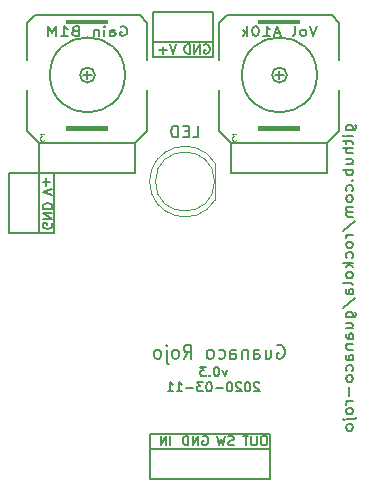
<source format=gbo>
G04 #@! TF.GenerationSoftware,KiCad,Pcbnew,(5.99.0-1097-g51b994466)*
G04 #@! TF.CreationDate,2020-03-11T16:34:53+02:00*
G04 #@! TF.ProjectId,guanaco-rojo,6775616e-6163-46f2-9d72-6f6a6f2e6b69,rev?*
G04 #@! TF.SameCoordinates,Original*
G04 #@! TF.FileFunction,Legend,Bot*
G04 #@! TF.FilePolarity,Positive*
%FSLAX46Y46*%
G04 Gerber Fmt 4.6, Leading zero omitted, Abs format (unit mm)*
G04 Created by KiCad (PCBNEW (5.99.0-1097-g51b994466)) date 2020-03-11 16:34:53*
%MOMM*%
%LPD*%
G01*
G04 APERTURE LIST*
%ADD10C,0.150000*%
%ADD11C,0.127000*%
%ADD12C,0.120000*%
%ADD13C,0.048768*%
G04 APERTURE END LIST*
D10*
X154006571Y-71597809D02*
X154654190Y-71597809D01*
X154730380Y-71550190D01*
X154768476Y-71502571D01*
X154806571Y-71407333D01*
X154806571Y-71264476D01*
X154768476Y-71169238D01*
X154501809Y-71597809D02*
X154539904Y-71502571D01*
X154539904Y-71312095D01*
X154501809Y-71216857D01*
X154463714Y-71169238D01*
X154387523Y-71121619D01*
X154158952Y-71121619D01*
X154082761Y-71169238D01*
X154044666Y-71216857D01*
X154006571Y-71312095D01*
X154006571Y-71502571D01*
X154044666Y-71597809D01*
X154539904Y-72074000D02*
X154006571Y-72074000D01*
X153739904Y-72074000D02*
X153778000Y-72026380D01*
X153816095Y-72074000D01*
X153778000Y-72121619D01*
X153739904Y-72074000D01*
X153816095Y-72074000D01*
X154006571Y-72407333D02*
X154006571Y-72788285D01*
X153739904Y-72550190D02*
X154425619Y-72550190D01*
X154501809Y-72597809D01*
X154539904Y-72693047D01*
X154539904Y-72788285D01*
X154539904Y-73121619D02*
X153739904Y-73121619D01*
X154539904Y-73550190D02*
X154120857Y-73550190D01*
X154044666Y-73502571D01*
X154006571Y-73407333D01*
X154006571Y-73264476D01*
X154044666Y-73169238D01*
X154082761Y-73121619D01*
X154006571Y-74454952D02*
X154539904Y-74454952D01*
X154006571Y-74026380D02*
X154425619Y-74026380D01*
X154501809Y-74074000D01*
X154539904Y-74169238D01*
X154539904Y-74312095D01*
X154501809Y-74407333D01*
X154463714Y-74454952D01*
X154539904Y-74931142D02*
X153739904Y-74931142D01*
X154044666Y-74931142D02*
X154006571Y-75026380D01*
X154006571Y-75216857D01*
X154044666Y-75312095D01*
X154082761Y-75359714D01*
X154158952Y-75407333D01*
X154387523Y-75407333D01*
X154463714Y-75359714D01*
X154501809Y-75312095D01*
X154539904Y-75216857D01*
X154539904Y-75026380D01*
X154501809Y-74931142D01*
X154463714Y-75835904D02*
X154501809Y-75883523D01*
X154539904Y-75835904D01*
X154501809Y-75788285D01*
X154463714Y-75835904D01*
X154539904Y-75835904D01*
X154501809Y-76740666D02*
X154539904Y-76645428D01*
X154539904Y-76454952D01*
X154501809Y-76359714D01*
X154463714Y-76312095D01*
X154387523Y-76264476D01*
X154158952Y-76264476D01*
X154082761Y-76312095D01*
X154044666Y-76359714D01*
X154006571Y-76454952D01*
X154006571Y-76645428D01*
X154044666Y-76740666D01*
X154539904Y-77312095D02*
X154501809Y-77216857D01*
X154463714Y-77169238D01*
X154387523Y-77121619D01*
X154158952Y-77121619D01*
X154082761Y-77169238D01*
X154044666Y-77216857D01*
X154006571Y-77312095D01*
X154006571Y-77454952D01*
X154044666Y-77550190D01*
X154082761Y-77597809D01*
X154158952Y-77645428D01*
X154387523Y-77645428D01*
X154463714Y-77597809D01*
X154501809Y-77550190D01*
X154539904Y-77454952D01*
X154539904Y-77312095D01*
X154539904Y-78074000D02*
X154006571Y-78074000D01*
X154082761Y-78074000D02*
X154044666Y-78121619D01*
X154006571Y-78216857D01*
X154006571Y-78359714D01*
X154044666Y-78454952D01*
X154120857Y-78502571D01*
X154539904Y-78502571D01*
X154120857Y-78502571D02*
X154044666Y-78550190D01*
X154006571Y-78645428D01*
X154006571Y-78788285D01*
X154044666Y-78883523D01*
X154120857Y-78931142D01*
X154539904Y-78931142D01*
X153701809Y-80121619D02*
X154730380Y-79264476D01*
X154539904Y-80454952D02*
X154006571Y-80454952D01*
X154158952Y-80454952D02*
X154082761Y-80502571D01*
X154044666Y-80550190D01*
X154006571Y-80645428D01*
X154006571Y-80740666D01*
X154539904Y-81216857D02*
X154501809Y-81121619D01*
X154463714Y-81074000D01*
X154387523Y-81026380D01*
X154158952Y-81026380D01*
X154082761Y-81074000D01*
X154044666Y-81121619D01*
X154006571Y-81216857D01*
X154006571Y-81359714D01*
X154044666Y-81454952D01*
X154082761Y-81502571D01*
X154158952Y-81550190D01*
X154387523Y-81550190D01*
X154463714Y-81502571D01*
X154501809Y-81454952D01*
X154539904Y-81359714D01*
X154539904Y-81216857D01*
X154501809Y-82407333D02*
X154539904Y-82312095D01*
X154539904Y-82121619D01*
X154501809Y-82026380D01*
X154463714Y-81978761D01*
X154387523Y-81931142D01*
X154158952Y-81931142D01*
X154082761Y-81978761D01*
X154044666Y-82026380D01*
X154006571Y-82121619D01*
X154006571Y-82312095D01*
X154044666Y-82407333D01*
X154539904Y-82835904D02*
X153739904Y-82835904D01*
X154235142Y-82931142D02*
X154539904Y-83216857D01*
X154006571Y-83216857D02*
X154311333Y-82835904D01*
X154539904Y-83788285D02*
X154501809Y-83693047D01*
X154463714Y-83645428D01*
X154387523Y-83597809D01*
X154158952Y-83597809D01*
X154082761Y-83645428D01*
X154044666Y-83693047D01*
X154006571Y-83788285D01*
X154006571Y-83931142D01*
X154044666Y-84026380D01*
X154082761Y-84073999D01*
X154158952Y-84121619D01*
X154387523Y-84121619D01*
X154463714Y-84073999D01*
X154501809Y-84026380D01*
X154539904Y-83931142D01*
X154539904Y-83788285D01*
X154539904Y-84693047D02*
X154501809Y-84597809D01*
X154425619Y-84550190D01*
X153739904Y-84550190D01*
X154539904Y-85502571D02*
X154120857Y-85502571D01*
X154044666Y-85454952D01*
X154006571Y-85359714D01*
X154006571Y-85169238D01*
X154044666Y-85074000D01*
X154501809Y-85502571D02*
X154539904Y-85407333D01*
X154539904Y-85169238D01*
X154501809Y-85074000D01*
X154425619Y-85026380D01*
X154349428Y-85026380D01*
X154273238Y-85074000D01*
X154235142Y-85169238D01*
X154235142Y-85407333D01*
X154197047Y-85502571D01*
X153701809Y-86693047D02*
X154730380Y-85835904D01*
X154006571Y-87454952D02*
X154654190Y-87454952D01*
X154730380Y-87407333D01*
X154768476Y-87359714D01*
X154806571Y-87264476D01*
X154806571Y-87121619D01*
X154768476Y-87026380D01*
X154501809Y-87454952D02*
X154539904Y-87359714D01*
X154539904Y-87169238D01*
X154501809Y-87073999D01*
X154463714Y-87026380D01*
X154387523Y-86978761D01*
X154158952Y-86978761D01*
X154082761Y-87026380D01*
X154044666Y-87073999D01*
X154006571Y-87169238D01*
X154006571Y-87359714D01*
X154044666Y-87454952D01*
X154006571Y-88359714D02*
X154539904Y-88359714D01*
X154006571Y-87931142D02*
X154425619Y-87931142D01*
X154501809Y-87978761D01*
X154539904Y-88073999D01*
X154539904Y-88216857D01*
X154501809Y-88312095D01*
X154463714Y-88359714D01*
X154539904Y-89264476D02*
X154120857Y-89264476D01*
X154044666Y-89216857D01*
X154006571Y-89121619D01*
X154006571Y-88931142D01*
X154044666Y-88835904D01*
X154501809Y-89264476D02*
X154539904Y-89169238D01*
X154539904Y-88931142D01*
X154501809Y-88835904D01*
X154425619Y-88788285D01*
X154349428Y-88788285D01*
X154273238Y-88835904D01*
X154235142Y-88931142D01*
X154235142Y-89169238D01*
X154197047Y-89264476D01*
X154006571Y-89740666D02*
X154539904Y-89740666D01*
X154082761Y-89740666D02*
X154044666Y-89788285D01*
X154006571Y-89883523D01*
X154006571Y-90026380D01*
X154044666Y-90121619D01*
X154120857Y-90169238D01*
X154539904Y-90169238D01*
X154539904Y-91073999D02*
X154120857Y-91073999D01*
X154044666Y-91026380D01*
X154006571Y-90931142D01*
X154006571Y-90740666D01*
X154044666Y-90645428D01*
X154501809Y-91073999D02*
X154539904Y-90978761D01*
X154539904Y-90740666D01*
X154501809Y-90645428D01*
X154425619Y-90597809D01*
X154349428Y-90597809D01*
X154273238Y-90645428D01*
X154235142Y-90740666D01*
X154235142Y-90978761D01*
X154197047Y-91073999D01*
X154501809Y-91978761D02*
X154539904Y-91883523D01*
X154539904Y-91693047D01*
X154501809Y-91597809D01*
X154463714Y-91550190D01*
X154387523Y-91502571D01*
X154158952Y-91502571D01*
X154082761Y-91550190D01*
X154044666Y-91597809D01*
X154006571Y-91693047D01*
X154006571Y-91883523D01*
X154044666Y-91978761D01*
X154539904Y-92550190D02*
X154501809Y-92454952D01*
X154463714Y-92407333D01*
X154387523Y-92359714D01*
X154158952Y-92359714D01*
X154082761Y-92407333D01*
X154044666Y-92454952D01*
X154006571Y-92550190D01*
X154006571Y-92693047D01*
X154044666Y-92788285D01*
X154082761Y-92835904D01*
X154158952Y-92883523D01*
X154387523Y-92883523D01*
X154463714Y-92835904D01*
X154501809Y-92788285D01*
X154539904Y-92693047D01*
X154539904Y-92550190D01*
X154235142Y-93312095D02*
X154235142Y-94073999D01*
X154539904Y-94550190D02*
X154006571Y-94550190D01*
X154158952Y-94550190D02*
X154082761Y-94597809D01*
X154044666Y-94645428D01*
X154006571Y-94740666D01*
X154006571Y-94835904D01*
X154539904Y-95312095D02*
X154501809Y-95216857D01*
X154463714Y-95169238D01*
X154387523Y-95121619D01*
X154158952Y-95121619D01*
X154082761Y-95169238D01*
X154044666Y-95216857D01*
X154006571Y-95312095D01*
X154006571Y-95454952D01*
X154044666Y-95550190D01*
X154082761Y-95597809D01*
X154158952Y-95645428D01*
X154387523Y-95645428D01*
X154463714Y-95597809D01*
X154501809Y-95550190D01*
X154539904Y-95454952D01*
X154539904Y-95312095D01*
X154006571Y-96073999D02*
X154692285Y-96073999D01*
X154768476Y-96026380D01*
X154806571Y-95931142D01*
X154806571Y-95883523D01*
X153739904Y-96073999D02*
X153778000Y-96026380D01*
X153816095Y-96073999D01*
X153778000Y-96121619D01*
X153739904Y-96073999D01*
X153816095Y-96073999D01*
X154539904Y-96693047D02*
X154501809Y-96597809D01*
X154463714Y-96550190D01*
X154387523Y-96502571D01*
X154158952Y-96502571D01*
X154082761Y-96550190D01*
X154044666Y-96597809D01*
X154006571Y-96693047D01*
X154006571Y-96835904D01*
X154044666Y-96931142D01*
X154082761Y-96978761D01*
X154158952Y-97026380D01*
X154387523Y-97026380D01*
X154463714Y-96978761D01*
X154501809Y-96931142D01*
X154539904Y-96835904D01*
X154539904Y-96693047D01*
X143890857Y-91894571D02*
X143700380Y-92427904D01*
X143509904Y-91894571D01*
X143052761Y-91627904D02*
X142976571Y-91627904D01*
X142900380Y-91666000D01*
X142862285Y-91704095D01*
X142824190Y-91780285D01*
X142786095Y-91932666D01*
X142786095Y-92123142D01*
X142824190Y-92275523D01*
X142862285Y-92351714D01*
X142900380Y-92389809D01*
X142976571Y-92427904D01*
X143052761Y-92427904D01*
X143128952Y-92389809D01*
X143167047Y-92351714D01*
X143205142Y-92275523D01*
X143243238Y-92123142D01*
X143243238Y-91932666D01*
X143205142Y-91780285D01*
X143167047Y-91704095D01*
X143128952Y-91666000D01*
X143052761Y-91627904D01*
X142443238Y-92351714D02*
X142405142Y-92389809D01*
X142443238Y-92427904D01*
X142481333Y-92389809D01*
X142443238Y-92351714D01*
X142443238Y-92427904D01*
X142138476Y-91627904D02*
X141643238Y-91627904D01*
X141909904Y-91932666D01*
X141795619Y-91932666D01*
X141719428Y-91970761D01*
X141681333Y-92008857D01*
X141643238Y-92085047D01*
X141643238Y-92275523D01*
X141681333Y-92351714D01*
X141719428Y-92389809D01*
X141795619Y-92427904D01*
X142024190Y-92427904D01*
X142100380Y-92389809D01*
X142138476Y-92351714D01*
X146633714Y-92992095D02*
X146595619Y-92954000D01*
X146519428Y-92915904D01*
X146328952Y-92915904D01*
X146252761Y-92954000D01*
X146214666Y-92992095D01*
X146176571Y-93068285D01*
X146176571Y-93144476D01*
X146214666Y-93258761D01*
X146671809Y-93715904D01*
X146176571Y-93715904D01*
X145681333Y-92915904D02*
X145605142Y-92915904D01*
X145528952Y-92954000D01*
X145490857Y-92992095D01*
X145452761Y-93068285D01*
X145414666Y-93220666D01*
X145414666Y-93411142D01*
X145452761Y-93563523D01*
X145490857Y-93639714D01*
X145528952Y-93677809D01*
X145605142Y-93715904D01*
X145681333Y-93715904D01*
X145757523Y-93677809D01*
X145795619Y-93639714D01*
X145833714Y-93563523D01*
X145871809Y-93411142D01*
X145871809Y-93220666D01*
X145833714Y-93068285D01*
X145795619Y-92992095D01*
X145757523Y-92954000D01*
X145681333Y-92915904D01*
X145109904Y-92992095D02*
X145071809Y-92954000D01*
X144995619Y-92915904D01*
X144805142Y-92915904D01*
X144728952Y-92954000D01*
X144690857Y-92992095D01*
X144652761Y-93068285D01*
X144652761Y-93144476D01*
X144690857Y-93258761D01*
X145148000Y-93715904D01*
X144652761Y-93715904D01*
X144157523Y-92915904D02*
X144081333Y-92915904D01*
X144005142Y-92954000D01*
X143967047Y-92992095D01*
X143928952Y-93068285D01*
X143890857Y-93220666D01*
X143890857Y-93411142D01*
X143928952Y-93563523D01*
X143967047Y-93639714D01*
X144005142Y-93677809D01*
X144081333Y-93715904D01*
X144157523Y-93715904D01*
X144233714Y-93677809D01*
X144271809Y-93639714D01*
X144309904Y-93563523D01*
X144348000Y-93411142D01*
X144348000Y-93220666D01*
X144309904Y-93068285D01*
X144271809Y-92992095D01*
X144233714Y-92954000D01*
X144157523Y-92915904D01*
X143548000Y-93411142D02*
X142938476Y-93411142D01*
X142405142Y-92915904D02*
X142328952Y-92915904D01*
X142252761Y-92954000D01*
X142214666Y-92992095D01*
X142176571Y-93068285D01*
X142138476Y-93220666D01*
X142138476Y-93411142D01*
X142176571Y-93563523D01*
X142214666Y-93639714D01*
X142252761Y-93677809D01*
X142328952Y-93715904D01*
X142405142Y-93715904D01*
X142481333Y-93677809D01*
X142519428Y-93639714D01*
X142557523Y-93563523D01*
X142595619Y-93411142D01*
X142595619Y-93220666D01*
X142557523Y-93068285D01*
X142519428Y-92992095D01*
X142481333Y-92954000D01*
X142405142Y-92915904D01*
X141871809Y-92915904D02*
X141376571Y-92915904D01*
X141643238Y-93220666D01*
X141528952Y-93220666D01*
X141452761Y-93258761D01*
X141414666Y-93296857D01*
X141376571Y-93373047D01*
X141376571Y-93563523D01*
X141414666Y-93639714D01*
X141452761Y-93677809D01*
X141528952Y-93715904D01*
X141757523Y-93715904D01*
X141833714Y-93677809D01*
X141871809Y-93639714D01*
X141033714Y-93411142D02*
X140424190Y-93411142D01*
X139624190Y-93715904D02*
X140081333Y-93715904D01*
X139852761Y-93715904D02*
X139852761Y-92915904D01*
X139928952Y-93030190D01*
X140005142Y-93106380D01*
X140081333Y-93144476D01*
X138862285Y-93715904D02*
X139319428Y-93715904D01*
X139090857Y-93715904D02*
X139090857Y-92915904D01*
X139167047Y-93030190D01*
X139243238Y-93106380D01*
X139319428Y-93144476D01*
X148153619Y-89824000D02*
X148258380Y-89766857D01*
X148415523Y-89766857D01*
X148572666Y-89824000D01*
X148677428Y-89938285D01*
X148729809Y-90052571D01*
X148782190Y-90281142D01*
X148782190Y-90452571D01*
X148729809Y-90681142D01*
X148677428Y-90795428D01*
X148572666Y-90909714D01*
X148415523Y-90966857D01*
X148310761Y-90966857D01*
X148153619Y-90909714D01*
X148101238Y-90852571D01*
X148101238Y-90452571D01*
X148310761Y-90452571D01*
X147158380Y-90166857D02*
X147158380Y-90966857D01*
X147629809Y-90166857D02*
X147629809Y-90795428D01*
X147577428Y-90909714D01*
X147472666Y-90966857D01*
X147315523Y-90966857D01*
X147210761Y-90909714D01*
X147158380Y-90852571D01*
X146163142Y-90966857D02*
X146163142Y-90338285D01*
X146215523Y-90224000D01*
X146320285Y-90166857D01*
X146529809Y-90166857D01*
X146634571Y-90224000D01*
X146163142Y-90909714D02*
X146267904Y-90966857D01*
X146529809Y-90966857D01*
X146634571Y-90909714D01*
X146686952Y-90795428D01*
X146686952Y-90681142D01*
X146634571Y-90566857D01*
X146529809Y-90509714D01*
X146267904Y-90509714D01*
X146163142Y-90452571D01*
X145639333Y-90166857D02*
X145639333Y-90966857D01*
X145639333Y-90281142D02*
X145586952Y-90224000D01*
X145482190Y-90166857D01*
X145325047Y-90166857D01*
X145220285Y-90224000D01*
X145167904Y-90338285D01*
X145167904Y-90966857D01*
X144172666Y-90966857D02*
X144172666Y-90338285D01*
X144225047Y-90224000D01*
X144329809Y-90166857D01*
X144539333Y-90166857D01*
X144644095Y-90224000D01*
X144172666Y-90909714D02*
X144277428Y-90966857D01*
X144539333Y-90966857D01*
X144644095Y-90909714D01*
X144696476Y-90795428D01*
X144696476Y-90681142D01*
X144644095Y-90566857D01*
X144539333Y-90509714D01*
X144277428Y-90509714D01*
X144172666Y-90452571D01*
X143177428Y-90909714D02*
X143282190Y-90966857D01*
X143491714Y-90966857D01*
X143596476Y-90909714D01*
X143648857Y-90852571D01*
X143701238Y-90738285D01*
X143701238Y-90395428D01*
X143648857Y-90281142D01*
X143596476Y-90224000D01*
X143491714Y-90166857D01*
X143282190Y-90166857D01*
X143177428Y-90224000D01*
X142548857Y-90966857D02*
X142653619Y-90909714D01*
X142706000Y-90852571D01*
X142758380Y-90738285D01*
X142758380Y-90395428D01*
X142706000Y-90281142D01*
X142653619Y-90224000D01*
X142548857Y-90166857D01*
X142391714Y-90166857D01*
X142286952Y-90224000D01*
X142234571Y-90281142D01*
X142182190Y-90395428D01*
X142182190Y-90738285D01*
X142234571Y-90852571D01*
X142286952Y-90909714D01*
X142391714Y-90966857D01*
X142548857Y-90966857D01*
X140244095Y-90966857D02*
X140610761Y-90395428D01*
X140872666Y-90966857D02*
X140872666Y-89766857D01*
X140453619Y-89766857D01*
X140348857Y-89824000D01*
X140296476Y-89881142D01*
X140244095Y-89995428D01*
X140244095Y-90166857D01*
X140296476Y-90281142D01*
X140348857Y-90338285D01*
X140453619Y-90395428D01*
X140872666Y-90395428D01*
X139615523Y-90966857D02*
X139720285Y-90909714D01*
X139772666Y-90852571D01*
X139825047Y-90738285D01*
X139825047Y-90395428D01*
X139772666Y-90281142D01*
X139720285Y-90224000D01*
X139615523Y-90166857D01*
X139458380Y-90166857D01*
X139353619Y-90224000D01*
X139301238Y-90281142D01*
X139248857Y-90395428D01*
X139248857Y-90738285D01*
X139301238Y-90852571D01*
X139353619Y-90909714D01*
X139458380Y-90966857D01*
X139615523Y-90966857D01*
X138777428Y-90166857D02*
X138777428Y-91195428D01*
X138829809Y-91309714D01*
X138934571Y-91366857D01*
X138986952Y-91366857D01*
X138777428Y-89766857D02*
X138829809Y-89824000D01*
X138777428Y-89881142D01*
X138725047Y-89824000D01*
X138777428Y-89766857D01*
X138777428Y-89881142D01*
X138096476Y-90966857D02*
X138201238Y-90909714D01*
X138253619Y-90852571D01*
X138306000Y-90738285D01*
X138306000Y-90395428D01*
X138253619Y-90281142D01*
X138201238Y-90224000D01*
X138096476Y-90166857D01*
X137939333Y-90166857D01*
X137834571Y-90224000D01*
X137782190Y-90281142D01*
X137729809Y-90395428D01*
X137729809Y-90738285D01*
X137782190Y-90852571D01*
X137834571Y-90909714D01*
X137939333Y-90966857D01*
X138096476Y-90966857D01*
X151550285Y-62807904D02*
X151216952Y-63607904D01*
X150883619Y-62807904D01*
X150407428Y-63607904D02*
X150502666Y-63569809D01*
X150550285Y-63531714D01*
X150597904Y-63455523D01*
X150597904Y-63226952D01*
X150550285Y-63150761D01*
X150502666Y-63112666D01*
X150407428Y-63074571D01*
X150264571Y-63074571D01*
X150169333Y-63112666D01*
X150121714Y-63150761D01*
X150074095Y-63226952D01*
X150074095Y-63455523D01*
X150121714Y-63531714D01*
X150169333Y-63569809D01*
X150264571Y-63607904D01*
X150407428Y-63607904D01*
X149502666Y-63607904D02*
X149597904Y-63569809D01*
X149645523Y-63493619D01*
X149645523Y-62807904D01*
X148407428Y-63379333D02*
X147931238Y-63379333D01*
X148502666Y-63607904D02*
X148169333Y-62807904D01*
X147836000Y-63607904D01*
X146978857Y-63607904D02*
X147550285Y-63607904D01*
X147264571Y-63607904D02*
X147264571Y-62807904D01*
X147359809Y-62922190D01*
X147455047Y-62998380D01*
X147550285Y-63036476D01*
X146359809Y-62807904D02*
X146264571Y-62807904D01*
X146169333Y-62846000D01*
X146121714Y-62884095D01*
X146074095Y-62960285D01*
X146026476Y-63112666D01*
X146026476Y-63303142D01*
X146074095Y-63455523D01*
X146121714Y-63531714D01*
X146169333Y-63569809D01*
X146264571Y-63607904D01*
X146359809Y-63607904D01*
X146455047Y-63569809D01*
X146502666Y-63531714D01*
X146550285Y-63455523D01*
X146597904Y-63303142D01*
X146597904Y-63112666D01*
X146550285Y-62960285D01*
X146502666Y-62884095D01*
X146455047Y-62846000D01*
X146359809Y-62807904D01*
X145597904Y-63607904D02*
X145597904Y-62807904D01*
X145502666Y-63303142D02*
X145216952Y-63607904D01*
X145216952Y-63074571D02*
X145597904Y-63379333D01*
X134889523Y-62846000D02*
X134984761Y-62807904D01*
X135127619Y-62807904D01*
X135270476Y-62846000D01*
X135365714Y-62922190D01*
X135413333Y-62998380D01*
X135460952Y-63150761D01*
X135460952Y-63265047D01*
X135413333Y-63417428D01*
X135365714Y-63493619D01*
X135270476Y-63569809D01*
X135127619Y-63607904D01*
X135032380Y-63607904D01*
X134889523Y-63569809D01*
X134841904Y-63531714D01*
X134841904Y-63265047D01*
X135032380Y-63265047D01*
X133984761Y-63607904D02*
X133984761Y-63188857D01*
X134032380Y-63112666D01*
X134127619Y-63074571D01*
X134318095Y-63074571D01*
X134413333Y-63112666D01*
X133984761Y-63569809D02*
X134080000Y-63607904D01*
X134318095Y-63607904D01*
X134413333Y-63569809D01*
X134460952Y-63493619D01*
X134460952Y-63417428D01*
X134413333Y-63341238D01*
X134318095Y-63303142D01*
X134080000Y-63303142D01*
X133984761Y-63265047D01*
X133508571Y-63607904D02*
X133508571Y-63074571D01*
X133508571Y-62807904D02*
X133556190Y-62846000D01*
X133508571Y-62884095D01*
X133460952Y-62846000D01*
X133508571Y-62807904D01*
X133508571Y-62884095D01*
X133032380Y-63074571D02*
X133032380Y-63607904D01*
X133032380Y-63150761D02*
X132984761Y-63112666D01*
X132889523Y-63074571D01*
X132746666Y-63074571D01*
X132651428Y-63112666D01*
X132603809Y-63188857D01*
X132603809Y-63607904D01*
X131032380Y-63188857D02*
X130889523Y-63226952D01*
X130841904Y-63265047D01*
X130794285Y-63341238D01*
X130794285Y-63455523D01*
X130841904Y-63531714D01*
X130889523Y-63569809D01*
X130984761Y-63607904D01*
X131365714Y-63607904D01*
X131365714Y-62807904D01*
X131032380Y-62807904D01*
X130937142Y-62846000D01*
X130889523Y-62884095D01*
X130841904Y-62960285D01*
X130841904Y-63036476D01*
X130889523Y-63112666D01*
X130937142Y-63150761D01*
X131032380Y-63188857D01*
X131365714Y-63188857D01*
X129841904Y-63607904D02*
X130413333Y-63607904D01*
X130127619Y-63607904D02*
X130127619Y-62807904D01*
X130222857Y-62922190D01*
X130318095Y-62998380D01*
X130413333Y-63036476D01*
X129413333Y-63607904D02*
X129413333Y-62807904D01*
X129080000Y-63379333D01*
X128746666Y-62807904D01*
X128746666Y-63607904D01*
D11*
X128016000Y-80264000D02*
X128016000Y-75184000D01*
X125476000Y-75184000D02*
X125476000Y-80264000D01*
X125476000Y-80264000D02*
X128016000Y-80264000D01*
X125476000Y-75184000D02*
X128016000Y-75184000D01*
X129286000Y-75184000D02*
X129286000Y-80264000D01*
X128016000Y-80264000D02*
X129286000Y-80264000D01*
X128016000Y-75184000D02*
X129286000Y-75184000D01*
X137668000Y-65405000D02*
X137668000Y-64135000D01*
X142748000Y-65405000D02*
X142748000Y-64135000D01*
X137668000Y-65405000D02*
X142748000Y-65405000D01*
X137668000Y-64135000D02*
X137668000Y-61595000D01*
X142748000Y-64135000D02*
X142748000Y-61595000D01*
X137668000Y-64135000D02*
X142748000Y-64135000D01*
X142748000Y-61595000D02*
X137668000Y-61595000D01*
X151511000Y-66914000D02*
G75*
G03*
X151511000Y-66914000I-3175000J0D01*
G01*
X143891000Y-61849000D02*
X152781000Y-61849000D01*
X152781000Y-61849000D02*
X153416000Y-62484000D01*
X143256000Y-62484000D02*
X143891000Y-61849000D01*
X143256000Y-71628000D02*
X144272000Y-72644000D01*
X147971000Y-66914000D02*
X148701000Y-66914000D01*
X148336000Y-66549000D02*
X148336000Y-67279000D01*
X144272000Y-72644000D02*
X152400000Y-72644000D01*
X152400000Y-72644000D02*
X152400000Y-75184000D01*
X152400000Y-75184000D02*
X144272000Y-75184000D01*
X144272000Y-75184000D02*
X144272000Y-72644000D01*
X148971000Y-66929000D02*
G75*
G03*
X148971000Y-66929000I-635000J0D01*
G01*
X143256000Y-62484000D02*
X143256000Y-65659000D01*
X143256000Y-71628000D02*
X143256000Y-68199000D01*
X153416000Y-62484000D02*
X153416000Y-65659000D01*
X153416000Y-71628000D02*
X153416000Y-68199000D01*
X152400000Y-72644000D02*
X153416000Y-71628000D01*
G36*
X150114000Y-62611000D02*
G01*
X146558000Y-62611000D01*
X146558000Y-62230000D01*
X150114000Y-62230000D01*
X150114000Y-62611000D01*
G37*
G36*
X150114000Y-71628000D02*
G01*
X146558000Y-71628000D01*
X146558000Y-71247000D01*
X150114000Y-71247000D01*
X150114000Y-71628000D01*
G37*
X135255000Y-66914000D02*
G75*
G03*
X135255000Y-66914000I-3175000J0D01*
G01*
X127635000Y-61849000D02*
X136525000Y-61849000D01*
X136525000Y-61849000D02*
X137160000Y-62484000D01*
X127000000Y-62484000D02*
X127635000Y-61849000D01*
X127000000Y-71628000D02*
X128016000Y-72644000D01*
X131715000Y-66914000D02*
X132445000Y-66914000D01*
X132080000Y-66549000D02*
X132080000Y-67279000D01*
X128016000Y-72644000D02*
X136144000Y-72644000D01*
X136144000Y-72644000D02*
X136144000Y-75184000D01*
X136144000Y-75184000D02*
X128016000Y-75184000D01*
X128016000Y-75184000D02*
X128016000Y-72644000D01*
X132715000Y-66929000D02*
G75*
G03*
X132715000Y-66929000I-635000J0D01*
G01*
X127000000Y-62484000D02*
X127000000Y-65659000D01*
X127000000Y-71628000D02*
X127000000Y-68199000D01*
X137160000Y-62484000D02*
X137160000Y-65659000D01*
X137160000Y-71628000D02*
X137160000Y-68199000D01*
X136144000Y-72644000D02*
X137160000Y-71628000D01*
G36*
X133858000Y-62611000D02*
G01*
X130302000Y-62611000D01*
X130302000Y-62230000D01*
X133858000Y-62230000D01*
X133858000Y-62611000D01*
G37*
G36*
X133858000Y-71628000D02*
G01*
X130302000Y-71628000D01*
X130302000Y-71247000D01*
X133858000Y-71247000D01*
X133858000Y-71628000D01*
G37*
X147574000Y-98552000D02*
X137414000Y-98552000D01*
X137414000Y-101092000D02*
X147574000Y-101092000D01*
X147574000Y-101092000D02*
X147574000Y-98552000D01*
X137414000Y-101092000D02*
X137414000Y-98552000D01*
X137414000Y-97282000D02*
X147574000Y-97282000D01*
X147574000Y-98552000D02*
X147574000Y-97282000D01*
X137414000Y-98552000D02*
X137414000Y-97282000D01*
D12*
X137345000Y-75946462D02*
G75*
G02*
X142895000Y-74401170I2990000J462D01*
G01*
X137345000Y-75945538D02*
G75*
G03*
X142895000Y-77490830I2990000J-462D01*
G01*
X142835000Y-75946000D02*
G75*
G03*
X142835000Y-75946000I-2500000J0D01*
G01*
X142895000Y-74401000D02*
X142895000Y-77491000D01*
D10*
X129089095Y-77088904D02*
X128289095Y-76822238D01*
X129089095Y-76555571D01*
X128593857Y-76288904D02*
X128593857Y-75679380D01*
X128289095Y-75984142D02*
X128898619Y-75984142D01*
X129051000Y-79476523D02*
X129089095Y-79552714D01*
X129089095Y-79667000D01*
X129051000Y-79781285D01*
X128974809Y-79857476D01*
X128898619Y-79895571D01*
X128746238Y-79933666D01*
X128631952Y-79933666D01*
X128479571Y-79895571D01*
X128403380Y-79857476D01*
X128327190Y-79781285D01*
X128289095Y-79667000D01*
X128289095Y-79590809D01*
X128327190Y-79476523D01*
X128365285Y-79438428D01*
X128631952Y-79438428D01*
X128631952Y-79590809D01*
X128289095Y-79095571D02*
X129089095Y-79095571D01*
X128289095Y-78638428D01*
X129089095Y-78638428D01*
X128289095Y-78257476D02*
X129089095Y-78257476D01*
X129089095Y-78067000D01*
X129051000Y-77952714D01*
X128974809Y-77876523D01*
X128898619Y-77838428D01*
X128746238Y-77800333D01*
X128631952Y-77800333D01*
X128479571Y-77838428D01*
X128403380Y-77876523D01*
X128327190Y-77952714D01*
X128289095Y-78067000D01*
X128289095Y-78257476D01*
X141960523Y-64370000D02*
X142036714Y-64331904D01*
X142151000Y-64331904D01*
X142265285Y-64370000D01*
X142341476Y-64446190D01*
X142379571Y-64522380D01*
X142417666Y-64674761D01*
X142417666Y-64789047D01*
X142379571Y-64941428D01*
X142341476Y-65017619D01*
X142265285Y-65093809D01*
X142151000Y-65131904D01*
X142074809Y-65131904D01*
X141960523Y-65093809D01*
X141922428Y-65055714D01*
X141922428Y-64789047D01*
X142074809Y-64789047D01*
X141579571Y-65131904D02*
X141579571Y-64331904D01*
X141122428Y-65131904D01*
X141122428Y-64331904D01*
X140741476Y-65131904D02*
X140741476Y-64331904D01*
X140551000Y-64331904D01*
X140436714Y-64370000D01*
X140360523Y-64446190D01*
X140322428Y-64522380D01*
X140284333Y-64674761D01*
X140284333Y-64789047D01*
X140322428Y-64941428D01*
X140360523Y-65017619D01*
X140436714Y-65093809D01*
X140551000Y-65131904D01*
X140741476Y-65131904D01*
X139572904Y-64331904D02*
X139306238Y-65131904D01*
X139039571Y-64331904D01*
X138772904Y-64827142D02*
X138163380Y-64827142D01*
X138468142Y-65131904D02*
X138468142Y-64522380D01*
D13*
X144665569Y-71910302D02*
X144307066Y-71910302D01*
X144500106Y-72130920D01*
X144417375Y-72130920D01*
X144362220Y-72158497D01*
X144334643Y-72186074D01*
X144307066Y-72241228D01*
X144307066Y-72379114D01*
X144334643Y-72434268D01*
X144362220Y-72461845D01*
X144417375Y-72489422D01*
X144582837Y-72489422D01*
X144637992Y-72461845D01*
X144665569Y-72434268D01*
X128409569Y-71910302D02*
X128051066Y-71910302D01*
X128244106Y-72130920D01*
X128161375Y-72130920D01*
X128106220Y-72158497D01*
X128078643Y-72186074D01*
X128051066Y-72241228D01*
X128051066Y-72379114D01*
X128078643Y-72434268D01*
X128106220Y-72461845D01*
X128161375Y-72489422D01*
X128326837Y-72489422D01*
X128381992Y-72461845D01*
X128409569Y-72434268D01*
D10*
X139103047Y-98278904D02*
X139103047Y-97478904D01*
X138722095Y-98278904D02*
X138722095Y-97478904D01*
X138264952Y-98278904D01*
X138264952Y-97478904D01*
X141833523Y-97517000D02*
X141909714Y-97478904D01*
X142024000Y-97478904D01*
X142138285Y-97517000D01*
X142214476Y-97593190D01*
X142252571Y-97669380D01*
X142290666Y-97821761D01*
X142290666Y-97936047D01*
X142252571Y-98088428D01*
X142214476Y-98164619D01*
X142138285Y-98240809D01*
X142024000Y-98278904D01*
X141947809Y-98278904D01*
X141833523Y-98240809D01*
X141795428Y-98202714D01*
X141795428Y-97936047D01*
X141947809Y-97936047D01*
X141452571Y-98278904D02*
X141452571Y-97478904D01*
X140995428Y-98278904D01*
X140995428Y-97478904D01*
X140614476Y-98278904D02*
X140614476Y-97478904D01*
X140424000Y-97478904D01*
X140309714Y-97517000D01*
X140233523Y-97593190D01*
X140195428Y-97669380D01*
X140157333Y-97821761D01*
X140157333Y-97936047D01*
X140195428Y-98088428D01*
X140233523Y-98164619D01*
X140309714Y-98240809D01*
X140424000Y-98278904D01*
X140614476Y-98278904D01*
X144449714Y-98240809D02*
X144335428Y-98278904D01*
X144144952Y-98278904D01*
X144068761Y-98240809D01*
X144030666Y-98202714D01*
X143992571Y-98126523D01*
X143992571Y-98050333D01*
X144030666Y-97974142D01*
X144068761Y-97936047D01*
X144144952Y-97897952D01*
X144297333Y-97859857D01*
X144373523Y-97821761D01*
X144411619Y-97783666D01*
X144449714Y-97707476D01*
X144449714Y-97631285D01*
X144411619Y-97555095D01*
X144373523Y-97517000D01*
X144297333Y-97478904D01*
X144106857Y-97478904D01*
X143992571Y-97517000D01*
X143725904Y-97478904D02*
X143535428Y-98278904D01*
X143383047Y-97707476D01*
X143230666Y-98278904D01*
X143040190Y-97478904D01*
X147104000Y-97478904D02*
X146951619Y-97478904D01*
X146875428Y-97517000D01*
X146799238Y-97593190D01*
X146761142Y-97745571D01*
X146761142Y-98012238D01*
X146799238Y-98164619D01*
X146875428Y-98240809D01*
X146951619Y-98278904D01*
X147104000Y-98278904D01*
X147180190Y-98240809D01*
X147256380Y-98164619D01*
X147294476Y-98012238D01*
X147294476Y-97745571D01*
X147256380Y-97593190D01*
X147180190Y-97517000D01*
X147104000Y-97478904D01*
X146418285Y-97478904D02*
X146418285Y-98126523D01*
X146380190Y-98202714D01*
X146342095Y-98240809D01*
X146265904Y-98278904D01*
X146113523Y-98278904D01*
X146037333Y-98240809D01*
X145999238Y-98202714D01*
X145961142Y-98126523D01*
X145961142Y-97478904D01*
X145694476Y-97478904D02*
X145237333Y-97478904D01*
X145465904Y-98278904D02*
X145465904Y-97478904D01*
X140977857Y-72207380D02*
X141454047Y-72207380D01*
X141454047Y-71207380D01*
X140644523Y-71683571D02*
X140311190Y-71683571D01*
X140168333Y-72207380D02*
X140644523Y-72207380D01*
X140644523Y-71207380D01*
X140168333Y-71207380D01*
X139739761Y-72207380D02*
X139739761Y-71207380D01*
X139501666Y-71207380D01*
X139358809Y-71255000D01*
X139263571Y-71350238D01*
X139215952Y-71445476D01*
X139168333Y-71635952D01*
X139168333Y-71778809D01*
X139215952Y-71969285D01*
X139263571Y-72064523D01*
X139358809Y-72159761D01*
X139501666Y-72207380D01*
X139739761Y-72207380D01*
M02*

</source>
